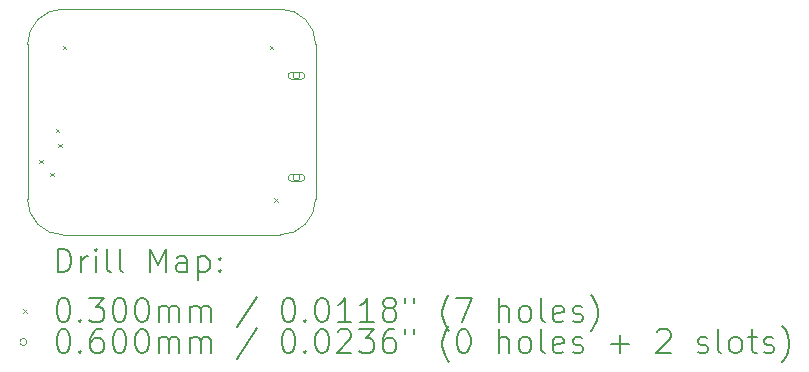
<source format=gbr>
%TF.GenerationSoftware,KiCad,Pcbnew,8.0.3*%
%TF.CreationDate,2025-02-27T13:02:32-06:00*%
%TF.ProjectId,HearingAid_Left,48656172-696e-4674-9169-645f4c656674,rev?*%
%TF.SameCoordinates,Original*%
%TF.FileFunction,Drillmap*%
%TF.FilePolarity,Positive*%
%FSLAX45Y45*%
G04 Gerber Fmt 4.5, Leading zero omitted, Abs format (unit mm)*
G04 Created by KiCad (PCBNEW 8.0.3) date 2025-02-27 13:02:32*
%MOMM*%
%LPD*%
G01*
G04 APERTURE LIST*
%ADD10C,0.100000*%
%ADD11C,0.200000*%
G04 APERTURE END LIST*
D10*
X11119931Y-2601387D02*
X11119931Y-2601387D01*
G75*
G02*
X11419931Y-2901386I-1J-300003D01*
G01*
X11418931Y-4213123D01*
G75*
G02*
X11118931Y-4513123I-300001J3D01*
G01*
X9279397Y-4512588D01*
G75*
G02*
X8980063Y-4213255I3J299338D01*
G01*
X8980195Y-2901386D01*
G75*
G02*
X9280195Y-2601387I299995J-4D01*
G01*
X11119931Y-2601387D01*
D11*
D10*
X9080000Y-3879000D02*
X9110000Y-3909000D01*
X9110000Y-3879000D02*
X9080000Y-3909000D01*
X9170000Y-3988000D02*
X9200000Y-4018000D01*
X9200000Y-3988000D02*
X9170000Y-4018000D01*
X9220000Y-3614000D02*
X9250000Y-3644000D01*
X9250000Y-3614000D02*
X9220000Y-3644000D01*
X9241000Y-3742000D02*
X9271000Y-3772000D01*
X9271000Y-3742000D02*
X9241000Y-3772000D01*
X9277536Y-2912603D02*
X9307536Y-2942603D01*
X9307536Y-2912603D02*
X9277536Y-2942603D01*
X11030000Y-2911000D02*
X11060000Y-2941000D01*
X11060000Y-2911000D02*
X11030000Y-2941000D01*
X11069000Y-4205000D02*
X11099000Y-4235000D01*
X11099000Y-4205000D02*
X11069000Y-4235000D01*
X11287000Y-3166000D02*
G75*
G02*
X11227000Y-3166000I-30000J0D01*
G01*
X11227000Y-3166000D02*
G75*
G02*
X11287000Y-3166000I30000J0D01*
G01*
X11217000Y-3196000D02*
X11297000Y-3196000D01*
X11297000Y-3136000D02*
G75*
G02*
X11297000Y-3196000I0J-30000D01*
G01*
X11297000Y-3136000D02*
X11217000Y-3136000D01*
X11217000Y-3136000D02*
G75*
G03*
X11217000Y-3196000I0J-30000D01*
G01*
X11287000Y-4030000D02*
G75*
G02*
X11227000Y-4030000I-30000J0D01*
G01*
X11227000Y-4030000D02*
G75*
G02*
X11287000Y-4030000I30000J0D01*
G01*
X11217000Y-4060000D02*
X11297000Y-4060000D01*
X11297000Y-4000000D02*
G75*
G02*
X11297000Y-4060000I0J-30000D01*
G01*
X11297000Y-4000000D02*
X11217000Y-4000000D01*
X11217000Y-4000000D02*
G75*
G03*
X11217000Y-4060000I0J-30000D01*
G01*
D11*
X9235840Y-4829606D02*
X9235840Y-4629606D01*
X9235840Y-4629606D02*
X9283459Y-4629606D01*
X9283459Y-4629606D02*
X9312030Y-4639130D01*
X9312030Y-4639130D02*
X9331078Y-4658178D01*
X9331078Y-4658178D02*
X9340602Y-4677225D01*
X9340602Y-4677225D02*
X9350125Y-4715321D01*
X9350125Y-4715321D02*
X9350125Y-4743892D01*
X9350125Y-4743892D02*
X9340602Y-4781987D01*
X9340602Y-4781987D02*
X9331078Y-4801035D01*
X9331078Y-4801035D02*
X9312030Y-4820083D01*
X9312030Y-4820083D02*
X9283459Y-4829606D01*
X9283459Y-4829606D02*
X9235840Y-4829606D01*
X9435840Y-4829606D02*
X9435840Y-4696273D01*
X9435840Y-4734368D02*
X9445363Y-4715321D01*
X9445363Y-4715321D02*
X9454887Y-4705797D01*
X9454887Y-4705797D02*
X9473935Y-4696273D01*
X9473935Y-4696273D02*
X9492983Y-4696273D01*
X9559649Y-4829606D02*
X9559649Y-4696273D01*
X9559649Y-4629606D02*
X9550125Y-4639130D01*
X9550125Y-4639130D02*
X9559649Y-4648654D01*
X9559649Y-4648654D02*
X9569173Y-4639130D01*
X9569173Y-4639130D02*
X9559649Y-4629606D01*
X9559649Y-4629606D02*
X9559649Y-4648654D01*
X9683459Y-4829606D02*
X9664411Y-4820083D01*
X9664411Y-4820083D02*
X9654887Y-4801035D01*
X9654887Y-4801035D02*
X9654887Y-4629606D01*
X9788221Y-4829606D02*
X9769173Y-4820083D01*
X9769173Y-4820083D02*
X9759649Y-4801035D01*
X9759649Y-4801035D02*
X9759649Y-4629606D01*
X10016792Y-4829606D02*
X10016792Y-4629606D01*
X10016792Y-4629606D02*
X10083459Y-4772463D01*
X10083459Y-4772463D02*
X10150125Y-4629606D01*
X10150125Y-4629606D02*
X10150125Y-4829606D01*
X10331078Y-4829606D02*
X10331078Y-4724844D01*
X10331078Y-4724844D02*
X10321554Y-4705797D01*
X10321554Y-4705797D02*
X10302506Y-4696273D01*
X10302506Y-4696273D02*
X10264411Y-4696273D01*
X10264411Y-4696273D02*
X10245363Y-4705797D01*
X10331078Y-4820083D02*
X10312030Y-4829606D01*
X10312030Y-4829606D02*
X10264411Y-4829606D01*
X10264411Y-4829606D02*
X10245363Y-4820083D01*
X10245363Y-4820083D02*
X10235840Y-4801035D01*
X10235840Y-4801035D02*
X10235840Y-4781987D01*
X10235840Y-4781987D02*
X10245363Y-4762940D01*
X10245363Y-4762940D02*
X10264411Y-4753416D01*
X10264411Y-4753416D02*
X10312030Y-4753416D01*
X10312030Y-4753416D02*
X10331078Y-4743892D01*
X10426316Y-4696273D02*
X10426316Y-4896273D01*
X10426316Y-4705797D02*
X10445363Y-4696273D01*
X10445363Y-4696273D02*
X10483459Y-4696273D01*
X10483459Y-4696273D02*
X10502506Y-4705797D01*
X10502506Y-4705797D02*
X10512030Y-4715321D01*
X10512030Y-4715321D02*
X10521554Y-4734368D01*
X10521554Y-4734368D02*
X10521554Y-4791511D01*
X10521554Y-4791511D02*
X10512030Y-4810559D01*
X10512030Y-4810559D02*
X10502506Y-4820083D01*
X10502506Y-4820083D02*
X10483459Y-4829606D01*
X10483459Y-4829606D02*
X10445363Y-4829606D01*
X10445363Y-4829606D02*
X10426316Y-4820083D01*
X10607268Y-4810559D02*
X10616792Y-4820083D01*
X10616792Y-4820083D02*
X10607268Y-4829606D01*
X10607268Y-4829606D02*
X10597744Y-4820083D01*
X10597744Y-4820083D02*
X10607268Y-4810559D01*
X10607268Y-4810559D02*
X10607268Y-4829606D01*
X10607268Y-4705797D02*
X10616792Y-4715321D01*
X10616792Y-4715321D02*
X10607268Y-4724844D01*
X10607268Y-4724844D02*
X10597744Y-4715321D01*
X10597744Y-4715321D02*
X10607268Y-4705797D01*
X10607268Y-4705797D02*
X10607268Y-4724844D01*
D10*
X8945063Y-5143123D02*
X8975063Y-5173123D01*
X8975063Y-5143123D02*
X8945063Y-5173123D01*
D11*
X9273935Y-5049606D02*
X9292983Y-5049606D01*
X9292983Y-5049606D02*
X9312030Y-5059130D01*
X9312030Y-5059130D02*
X9321554Y-5068654D01*
X9321554Y-5068654D02*
X9331078Y-5087702D01*
X9331078Y-5087702D02*
X9340602Y-5125797D01*
X9340602Y-5125797D02*
X9340602Y-5173416D01*
X9340602Y-5173416D02*
X9331078Y-5211511D01*
X9331078Y-5211511D02*
X9321554Y-5230559D01*
X9321554Y-5230559D02*
X9312030Y-5240083D01*
X9312030Y-5240083D02*
X9292983Y-5249606D01*
X9292983Y-5249606D02*
X9273935Y-5249606D01*
X9273935Y-5249606D02*
X9254887Y-5240083D01*
X9254887Y-5240083D02*
X9245363Y-5230559D01*
X9245363Y-5230559D02*
X9235840Y-5211511D01*
X9235840Y-5211511D02*
X9226316Y-5173416D01*
X9226316Y-5173416D02*
X9226316Y-5125797D01*
X9226316Y-5125797D02*
X9235840Y-5087702D01*
X9235840Y-5087702D02*
X9245363Y-5068654D01*
X9245363Y-5068654D02*
X9254887Y-5059130D01*
X9254887Y-5059130D02*
X9273935Y-5049606D01*
X9426316Y-5230559D02*
X9435840Y-5240083D01*
X9435840Y-5240083D02*
X9426316Y-5249606D01*
X9426316Y-5249606D02*
X9416792Y-5240083D01*
X9416792Y-5240083D02*
X9426316Y-5230559D01*
X9426316Y-5230559D02*
X9426316Y-5249606D01*
X9502506Y-5049606D02*
X9626316Y-5049606D01*
X9626316Y-5049606D02*
X9559649Y-5125797D01*
X9559649Y-5125797D02*
X9588221Y-5125797D01*
X9588221Y-5125797D02*
X9607268Y-5135321D01*
X9607268Y-5135321D02*
X9616792Y-5144844D01*
X9616792Y-5144844D02*
X9626316Y-5163892D01*
X9626316Y-5163892D02*
X9626316Y-5211511D01*
X9626316Y-5211511D02*
X9616792Y-5230559D01*
X9616792Y-5230559D02*
X9607268Y-5240083D01*
X9607268Y-5240083D02*
X9588221Y-5249606D01*
X9588221Y-5249606D02*
X9531078Y-5249606D01*
X9531078Y-5249606D02*
X9512030Y-5240083D01*
X9512030Y-5240083D02*
X9502506Y-5230559D01*
X9750125Y-5049606D02*
X9769173Y-5049606D01*
X9769173Y-5049606D02*
X9788221Y-5059130D01*
X9788221Y-5059130D02*
X9797744Y-5068654D01*
X9797744Y-5068654D02*
X9807268Y-5087702D01*
X9807268Y-5087702D02*
X9816792Y-5125797D01*
X9816792Y-5125797D02*
X9816792Y-5173416D01*
X9816792Y-5173416D02*
X9807268Y-5211511D01*
X9807268Y-5211511D02*
X9797744Y-5230559D01*
X9797744Y-5230559D02*
X9788221Y-5240083D01*
X9788221Y-5240083D02*
X9769173Y-5249606D01*
X9769173Y-5249606D02*
X9750125Y-5249606D01*
X9750125Y-5249606D02*
X9731078Y-5240083D01*
X9731078Y-5240083D02*
X9721554Y-5230559D01*
X9721554Y-5230559D02*
X9712030Y-5211511D01*
X9712030Y-5211511D02*
X9702506Y-5173416D01*
X9702506Y-5173416D02*
X9702506Y-5125797D01*
X9702506Y-5125797D02*
X9712030Y-5087702D01*
X9712030Y-5087702D02*
X9721554Y-5068654D01*
X9721554Y-5068654D02*
X9731078Y-5059130D01*
X9731078Y-5059130D02*
X9750125Y-5049606D01*
X9940602Y-5049606D02*
X9959649Y-5049606D01*
X9959649Y-5049606D02*
X9978697Y-5059130D01*
X9978697Y-5059130D02*
X9988221Y-5068654D01*
X9988221Y-5068654D02*
X9997744Y-5087702D01*
X9997744Y-5087702D02*
X10007268Y-5125797D01*
X10007268Y-5125797D02*
X10007268Y-5173416D01*
X10007268Y-5173416D02*
X9997744Y-5211511D01*
X9997744Y-5211511D02*
X9988221Y-5230559D01*
X9988221Y-5230559D02*
X9978697Y-5240083D01*
X9978697Y-5240083D02*
X9959649Y-5249606D01*
X9959649Y-5249606D02*
X9940602Y-5249606D01*
X9940602Y-5249606D02*
X9921554Y-5240083D01*
X9921554Y-5240083D02*
X9912030Y-5230559D01*
X9912030Y-5230559D02*
X9902506Y-5211511D01*
X9902506Y-5211511D02*
X9892983Y-5173416D01*
X9892983Y-5173416D02*
X9892983Y-5125797D01*
X9892983Y-5125797D02*
X9902506Y-5087702D01*
X9902506Y-5087702D02*
X9912030Y-5068654D01*
X9912030Y-5068654D02*
X9921554Y-5059130D01*
X9921554Y-5059130D02*
X9940602Y-5049606D01*
X10092983Y-5249606D02*
X10092983Y-5116273D01*
X10092983Y-5135321D02*
X10102506Y-5125797D01*
X10102506Y-5125797D02*
X10121554Y-5116273D01*
X10121554Y-5116273D02*
X10150125Y-5116273D01*
X10150125Y-5116273D02*
X10169173Y-5125797D01*
X10169173Y-5125797D02*
X10178697Y-5144844D01*
X10178697Y-5144844D02*
X10178697Y-5249606D01*
X10178697Y-5144844D02*
X10188221Y-5125797D01*
X10188221Y-5125797D02*
X10207268Y-5116273D01*
X10207268Y-5116273D02*
X10235840Y-5116273D01*
X10235840Y-5116273D02*
X10254887Y-5125797D01*
X10254887Y-5125797D02*
X10264411Y-5144844D01*
X10264411Y-5144844D02*
X10264411Y-5249606D01*
X10359649Y-5249606D02*
X10359649Y-5116273D01*
X10359649Y-5135321D02*
X10369173Y-5125797D01*
X10369173Y-5125797D02*
X10388221Y-5116273D01*
X10388221Y-5116273D02*
X10416792Y-5116273D01*
X10416792Y-5116273D02*
X10435840Y-5125797D01*
X10435840Y-5125797D02*
X10445364Y-5144844D01*
X10445364Y-5144844D02*
X10445364Y-5249606D01*
X10445364Y-5144844D02*
X10454887Y-5125797D01*
X10454887Y-5125797D02*
X10473935Y-5116273D01*
X10473935Y-5116273D02*
X10502506Y-5116273D01*
X10502506Y-5116273D02*
X10521554Y-5125797D01*
X10521554Y-5125797D02*
X10531078Y-5144844D01*
X10531078Y-5144844D02*
X10531078Y-5249606D01*
X10921554Y-5040083D02*
X10750126Y-5297225D01*
X11178697Y-5049606D02*
X11197745Y-5049606D01*
X11197745Y-5049606D02*
X11216792Y-5059130D01*
X11216792Y-5059130D02*
X11226316Y-5068654D01*
X11226316Y-5068654D02*
X11235840Y-5087702D01*
X11235840Y-5087702D02*
X11245364Y-5125797D01*
X11245364Y-5125797D02*
X11245364Y-5173416D01*
X11245364Y-5173416D02*
X11235840Y-5211511D01*
X11235840Y-5211511D02*
X11226316Y-5230559D01*
X11226316Y-5230559D02*
X11216792Y-5240083D01*
X11216792Y-5240083D02*
X11197745Y-5249606D01*
X11197745Y-5249606D02*
X11178697Y-5249606D01*
X11178697Y-5249606D02*
X11159649Y-5240083D01*
X11159649Y-5240083D02*
X11150126Y-5230559D01*
X11150126Y-5230559D02*
X11140602Y-5211511D01*
X11140602Y-5211511D02*
X11131078Y-5173416D01*
X11131078Y-5173416D02*
X11131078Y-5125797D01*
X11131078Y-5125797D02*
X11140602Y-5087702D01*
X11140602Y-5087702D02*
X11150126Y-5068654D01*
X11150126Y-5068654D02*
X11159649Y-5059130D01*
X11159649Y-5059130D02*
X11178697Y-5049606D01*
X11331078Y-5230559D02*
X11340602Y-5240083D01*
X11340602Y-5240083D02*
X11331078Y-5249606D01*
X11331078Y-5249606D02*
X11321554Y-5240083D01*
X11321554Y-5240083D02*
X11331078Y-5230559D01*
X11331078Y-5230559D02*
X11331078Y-5249606D01*
X11464411Y-5049606D02*
X11483459Y-5049606D01*
X11483459Y-5049606D02*
X11502506Y-5059130D01*
X11502506Y-5059130D02*
X11512030Y-5068654D01*
X11512030Y-5068654D02*
X11521554Y-5087702D01*
X11521554Y-5087702D02*
X11531078Y-5125797D01*
X11531078Y-5125797D02*
X11531078Y-5173416D01*
X11531078Y-5173416D02*
X11521554Y-5211511D01*
X11521554Y-5211511D02*
X11512030Y-5230559D01*
X11512030Y-5230559D02*
X11502506Y-5240083D01*
X11502506Y-5240083D02*
X11483459Y-5249606D01*
X11483459Y-5249606D02*
X11464411Y-5249606D01*
X11464411Y-5249606D02*
X11445364Y-5240083D01*
X11445364Y-5240083D02*
X11435840Y-5230559D01*
X11435840Y-5230559D02*
X11426316Y-5211511D01*
X11426316Y-5211511D02*
X11416792Y-5173416D01*
X11416792Y-5173416D02*
X11416792Y-5125797D01*
X11416792Y-5125797D02*
X11426316Y-5087702D01*
X11426316Y-5087702D02*
X11435840Y-5068654D01*
X11435840Y-5068654D02*
X11445364Y-5059130D01*
X11445364Y-5059130D02*
X11464411Y-5049606D01*
X11721554Y-5249606D02*
X11607268Y-5249606D01*
X11664411Y-5249606D02*
X11664411Y-5049606D01*
X11664411Y-5049606D02*
X11645364Y-5078178D01*
X11645364Y-5078178D02*
X11626316Y-5097225D01*
X11626316Y-5097225D02*
X11607268Y-5106749D01*
X11912030Y-5249606D02*
X11797745Y-5249606D01*
X11854887Y-5249606D02*
X11854887Y-5049606D01*
X11854887Y-5049606D02*
X11835840Y-5078178D01*
X11835840Y-5078178D02*
X11816792Y-5097225D01*
X11816792Y-5097225D02*
X11797745Y-5106749D01*
X12026316Y-5135321D02*
X12007268Y-5125797D01*
X12007268Y-5125797D02*
X11997745Y-5116273D01*
X11997745Y-5116273D02*
X11988221Y-5097225D01*
X11988221Y-5097225D02*
X11988221Y-5087702D01*
X11988221Y-5087702D02*
X11997745Y-5068654D01*
X11997745Y-5068654D02*
X12007268Y-5059130D01*
X12007268Y-5059130D02*
X12026316Y-5049606D01*
X12026316Y-5049606D02*
X12064411Y-5049606D01*
X12064411Y-5049606D02*
X12083459Y-5059130D01*
X12083459Y-5059130D02*
X12092983Y-5068654D01*
X12092983Y-5068654D02*
X12102506Y-5087702D01*
X12102506Y-5087702D02*
X12102506Y-5097225D01*
X12102506Y-5097225D02*
X12092983Y-5116273D01*
X12092983Y-5116273D02*
X12083459Y-5125797D01*
X12083459Y-5125797D02*
X12064411Y-5135321D01*
X12064411Y-5135321D02*
X12026316Y-5135321D01*
X12026316Y-5135321D02*
X12007268Y-5144844D01*
X12007268Y-5144844D02*
X11997745Y-5154368D01*
X11997745Y-5154368D02*
X11988221Y-5173416D01*
X11988221Y-5173416D02*
X11988221Y-5211511D01*
X11988221Y-5211511D02*
X11997745Y-5230559D01*
X11997745Y-5230559D02*
X12007268Y-5240083D01*
X12007268Y-5240083D02*
X12026316Y-5249606D01*
X12026316Y-5249606D02*
X12064411Y-5249606D01*
X12064411Y-5249606D02*
X12083459Y-5240083D01*
X12083459Y-5240083D02*
X12092983Y-5230559D01*
X12092983Y-5230559D02*
X12102506Y-5211511D01*
X12102506Y-5211511D02*
X12102506Y-5173416D01*
X12102506Y-5173416D02*
X12092983Y-5154368D01*
X12092983Y-5154368D02*
X12083459Y-5144844D01*
X12083459Y-5144844D02*
X12064411Y-5135321D01*
X12178697Y-5049606D02*
X12178697Y-5087702D01*
X12254887Y-5049606D02*
X12254887Y-5087702D01*
X12550126Y-5325797D02*
X12540602Y-5316273D01*
X12540602Y-5316273D02*
X12521554Y-5287702D01*
X12521554Y-5287702D02*
X12512030Y-5268654D01*
X12512030Y-5268654D02*
X12502507Y-5240083D01*
X12502507Y-5240083D02*
X12492983Y-5192463D01*
X12492983Y-5192463D02*
X12492983Y-5154368D01*
X12492983Y-5154368D02*
X12502507Y-5106749D01*
X12502507Y-5106749D02*
X12512030Y-5078178D01*
X12512030Y-5078178D02*
X12521554Y-5059130D01*
X12521554Y-5059130D02*
X12540602Y-5030559D01*
X12540602Y-5030559D02*
X12550126Y-5021035D01*
X12607268Y-5049606D02*
X12740602Y-5049606D01*
X12740602Y-5049606D02*
X12654887Y-5249606D01*
X12969173Y-5249606D02*
X12969173Y-5049606D01*
X13054888Y-5249606D02*
X13054888Y-5144844D01*
X13054888Y-5144844D02*
X13045364Y-5125797D01*
X13045364Y-5125797D02*
X13026316Y-5116273D01*
X13026316Y-5116273D02*
X12997745Y-5116273D01*
X12997745Y-5116273D02*
X12978697Y-5125797D01*
X12978697Y-5125797D02*
X12969173Y-5135321D01*
X13178697Y-5249606D02*
X13159649Y-5240083D01*
X13159649Y-5240083D02*
X13150126Y-5230559D01*
X13150126Y-5230559D02*
X13140602Y-5211511D01*
X13140602Y-5211511D02*
X13140602Y-5154368D01*
X13140602Y-5154368D02*
X13150126Y-5135321D01*
X13150126Y-5135321D02*
X13159649Y-5125797D01*
X13159649Y-5125797D02*
X13178697Y-5116273D01*
X13178697Y-5116273D02*
X13207269Y-5116273D01*
X13207269Y-5116273D02*
X13226316Y-5125797D01*
X13226316Y-5125797D02*
X13235840Y-5135321D01*
X13235840Y-5135321D02*
X13245364Y-5154368D01*
X13245364Y-5154368D02*
X13245364Y-5211511D01*
X13245364Y-5211511D02*
X13235840Y-5230559D01*
X13235840Y-5230559D02*
X13226316Y-5240083D01*
X13226316Y-5240083D02*
X13207269Y-5249606D01*
X13207269Y-5249606D02*
X13178697Y-5249606D01*
X13359649Y-5249606D02*
X13340602Y-5240083D01*
X13340602Y-5240083D02*
X13331078Y-5221035D01*
X13331078Y-5221035D02*
X13331078Y-5049606D01*
X13512030Y-5240083D02*
X13492983Y-5249606D01*
X13492983Y-5249606D02*
X13454888Y-5249606D01*
X13454888Y-5249606D02*
X13435840Y-5240083D01*
X13435840Y-5240083D02*
X13426316Y-5221035D01*
X13426316Y-5221035D02*
X13426316Y-5144844D01*
X13426316Y-5144844D02*
X13435840Y-5125797D01*
X13435840Y-5125797D02*
X13454888Y-5116273D01*
X13454888Y-5116273D02*
X13492983Y-5116273D01*
X13492983Y-5116273D02*
X13512030Y-5125797D01*
X13512030Y-5125797D02*
X13521554Y-5144844D01*
X13521554Y-5144844D02*
X13521554Y-5163892D01*
X13521554Y-5163892D02*
X13426316Y-5182940D01*
X13597745Y-5240083D02*
X13616792Y-5249606D01*
X13616792Y-5249606D02*
X13654888Y-5249606D01*
X13654888Y-5249606D02*
X13673935Y-5240083D01*
X13673935Y-5240083D02*
X13683459Y-5221035D01*
X13683459Y-5221035D02*
X13683459Y-5211511D01*
X13683459Y-5211511D02*
X13673935Y-5192463D01*
X13673935Y-5192463D02*
X13654888Y-5182940D01*
X13654888Y-5182940D02*
X13626316Y-5182940D01*
X13626316Y-5182940D02*
X13607269Y-5173416D01*
X13607269Y-5173416D02*
X13597745Y-5154368D01*
X13597745Y-5154368D02*
X13597745Y-5144844D01*
X13597745Y-5144844D02*
X13607269Y-5125797D01*
X13607269Y-5125797D02*
X13626316Y-5116273D01*
X13626316Y-5116273D02*
X13654888Y-5116273D01*
X13654888Y-5116273D02*
X13673935Y-5125797D01*
X13750126Y-5325797D02*
X13759650Y-5316273D01*
X13759650Y-5316273D02*
X13778697Y-5287702D01*
X13778697Y-5287702D02*
X13788221Y-5268654D01*
X13788221Y-5268654D02*
X13797745Y-5240083D01*
X13797745Y-5240083D02*
X13807269Y-5192463D01*
X13807269Y-5192463D02*
X13807269Y-5154368D01*
X13807269Y-5154368D02*
X13797745Y-5106749D01*
X13797745Y-5106749D02*
X13788221Y-5078178D01*
X13788221Y-5078178D02*
X13778697Y-5059130D01*
X13778697Y-5059130D02*
X13759650Y-5030559D01*
X13759650Y-5030559D02*
X13750126Y-5021035D01*
D10*
X8975063Y-5422123D02*
G75*
G02*
X8915063Y-5422123I-30000J0D01*
G01*
X8915063Y-5422123D02*
G75*
G02*
X8975063Y-5422123I30000J0D01*
G01*
D11*
X9273935Y-5313606D02*
X9292983Y-5313606D01*
X9292983Y-5313606D02*
X9312030Y-5323130D01*
X9312030Y-5323130D02*
X9321554Y-5332654D01*
X9321554Y-5332654D02*
X9331078Y-5351702D01*
X9331078Y-5351702D02*
X9340602Y-5389797D01*
X9340602Y-5389797D02*
X9340602Y-5437416D01*
X9340602Y-5437416D02*
X9331078Y-5475511D01*
X9331078Y-5475511D02*
X9321554Y-5494559D01*
X9321554Y-5494559D02*
X9312030Y-5504083D01*
X9312030Y-5504083D02*
X9292983Y-5513606D01*
X9292983Y-5513606D02*
X9273935Y-5513606D01*
X9273935Y-5513606D02*
X9254887Y-5504083D01*
X9254887Y-5504083D02*
X9245363Y-5494559D01*
X9245363Y-5494559D02*
X9235840Y-5475511D01*
X9235840Y-5475511D02*
X9226316Y-5437416D01*
X9226316Y-5437416D02*
X9226316Y-5389797D01*
X9226316Y-5389797D02*
X9235840Y-5351702D01*
X9235840Y-5351702D02*
X9245363Y-5332654D01*
X9245363Y-5332654D02*
X9254887Y-5323130D01*
X9254887Y-5323130D02*
X9273935Y-5313606D01*
X9426316Y-5494559D02*
X9435840Y-5504083D01*
X9435840Y-5504083D02*
X9426316Y-5513606D01*
X9426316Y-5513606D02*
X9416792Y-5504083D01*
X9416792Y-5504083D02*
X9426316Y-5494559D01*
X9426316Y-5494559D02*
X9426316Y-5513606D01*
X9607268Y-5313606D02*
X9569173Y-5313606D01*
X9569173Y-5313606D02*
X9550125Y-5323130D01*
X9550125Y-5323130D02*
X9540602Y-5332654D01*
X9540602Y-5332654D02*
X9521554Y-5361225D01*
X9521554Y-5361225D02*
X9512030Y-5399321D01*
X9512030Y-5399321D02*
X9512030Y-5475511D01*
X9512030Y-5475511D02*
X9521554Y-5494559D01*
X9521554Y-5494559D02*
X9531078Y-5504083D01*
X9531078Y-5504083D02*
X9550125Y-5513606D01*
X9550125Y-5513606D02*
X9588221Y-5513606D01*
X9588221Y-5513606D02*
X9607268Y-5504083D01*
X9607268Y-5504083D02*
X9616792Y-5494559D01*
X9616792Y-5494559D02*
X9626316Y-5475511D01*
X9626316Y-5475511D02*
X9626316Y-5427892D01*
X9626316Y-5427892D02*
X9616792Y-5408844D01*
X9616792Y-5408844D02*
X9607268Y-5399321D01*
X9607268Y-5399321D02*
X9588221Y-5389797D01*
X9588221Y-5389797D02*
X9550125Y-5389797D01*
X9550125Y-5389797D02*
X9531078Y-5399321D01*
X9531078Y-5399321D02*
X9521554Y-5408844D01*
X9521554Y-5408844D02*
X9512030Y-5427892D01*
X9750125Y-5313606D02*
X9769173Y-5313606D01*
X9769173Y-5313606D02*
X9788221Y-5323130D01*
X9788221Y-5323130D02*
X9797744Y-5332654D01*
X9797744Y-5332654D02*
X9807268Y-5351702D01*
X9807268Y-5351702D02*
X9816792Y-5389797D01*
X9816792Y-5389797D02*
X9816792Y-5437416D01*
X9816792Y-5437416D02*
X9807268Y-5475511D01*
X9807268Y-5475511D02*
X9797744Y-5494559D01*
X9797744Y-5494559D02*
X9788221Y-5504083D01*
X9788221Y-5504083D02*
X9769173Y-5513606D01*
X9769173Y-5513606D02*
X9750125Y-5513606D01*
X9750125Y-5513606D02*
X9731078Y-5504083D01*
X9731078Y-5504083D02*
X9721554Y-5494559D01*
X9721554Y-5494559D02*
X9712030Y-5475511D01*
X9712030Y-5475511D02*
X9702506Y-5437416D01*
X9702506Y-5437416D02*
X9702506Y-5389797D01*
X9702506Y-5389797D02*
X9712030Y-5351702D01*
X9712030Y-5351702D02*
X9721554Y-5332654D01*
X9721554Y-5332654D02*
X9731078Y-5323130D01*
X9731078Y-5323130D02*
X9750125Y-5313606D01*
X9940602Y-5313606D02*
X9959649Y-5313606D01*
X9959649Y-5313606D02*
X9978697Y-5323130D01*
X9978697Y-5323130D02*
X9988221Y-5332654D01*
X9988221Y-5332654D02*
X9997744Y-5351702D01*
X9997744Y-5351702D02*
X10007268Y-5389797D01*
X10007268Y-5389797D02*
X10007268Y-5437416D01*
X10007268Y-5437416D02*
X9997744Y-5475511D01*
X9997744Y-5475511D02*
X9988221Y-5494559D01*
X9988221Y-5494559D02*
X9978697Y-5504083D01*
X9978697Y-5504083D02*
X9959649Y-5513606D01*
X9959649Y-5513606D02*
X9940602Y-5513606D01*
X9940602Y-5513606D02*
X9921554Y-5504083D01*
X9921554Y-5504083D02*
X9912030Y-5494559D01*
X9912030Y-5494559D02*
X9902506Y-5475511D01*
X9902506Y-5475511D02*
X9892983Y-5437416D01*
X9892983Y-5437416D02*
X9892983Y-5389797D01*
X9892983Y-5389797D02*
X9902506Y-5351702D01*
X9902506Y-5351702D02*
X9912030Y-5332654D01*
X9912030Y-5332654D02*
X9921554Y-5323130D01*
X9921554Y-5323130D02*
X9940602Y-5313606D01*
X10092983Y-5513606D02*
X10092983Y-5380273D01*
X10092983Y-5399321D02*
X10102506Y-5389797D01*
X10102506Y-5389797D02*
X10121554Y-5380273D01*
X10121554Y-5380273D02*
X10150125Y-5380273D01*
X10150125Y-5380273D02*
X10169173Y-5389797D01*
X10169173Y-5389797D02*
X10178697Y-5408844D01*
X10178697Y-5408844D02*
X10178697Y-5513606D01*
X10178697Y-5408844D02*
X10188221Y-5389797D01*
X10188221Y-5389797D02*
X10207268Y-5380273D01*
X10207268Y-5380273D02*
X10235840Y-5380273D01*
X10235840Y-5380273D02*
X10254887Y-5389797D01*
X10254887Y-5389797D02*
X10264411Y-5408844D01*
X10264411Y-5408844D02*
X10264411Y-5513606D01*
X10359649Y-5513606D02*
X10359649Y-5380273D01*
X10359649Y-5399321D02*
X10369173Y-5389797D01*
X10369173Y-5389797D02*
X10388221Y-5380273D01*
X10388221Y-5380273D02*
X10416792Y-5380273D01*
X10416792Y-5380273D02*
X10435840Y-5389797D01*
X10435840Y-5389797D02*
X10445364Y-5408844D01*
X10445364Y-5408844D02*
X10445364Y-5513606D01*
X10445364Y-5408844D02*
X10454887Y-5389797D01*
X10454887Y-5389797D02*
X10473935Y-5380273D01*
X10473935Y-5380273D02*
X10502506Y-5380273D01*
X10502506Y-5380273D02*
X10521554Y-5389797D01*
X10521554Y-5389797D02*
X10531078Y-5408844D01*
X10531078Y-5408844D02*
X10531078Y-5513606D01*
X10921554Y-5304083D02*
X10750126Y-5561225D01*
X11178697Y-5313606D02*
X11197745Y-5313606D01*
X11197745Y-5313606D02*
X11216792Y-5323130D01*
X11216792Y-5323130D02*
X11226316Y-5332654D01*
X11226316Y-5332654D02*
X11235840Y-5351702D01*
X11235840Y-5351702D02*
X11245364Y-5389797D01*
X11245364Y-5389797D02*
X11245364Y-5437416D01*
X11245364Y-5437416D02*
X11235840Y-5475511D01*
X11235840Y-5475511D02*
X11226316Y-5494559D01*
X11226316Y-5494559D02*
X11216792Y-5504083D01*
X11216792Y-5504083D02*
X11197745Y-5513606D01*
X11197745Y-5513606D02*
X11178697Y-5513606D01*
X11178697Y-5513606D02*
X11159649Y-5504083D01*
X11159649Y-5504083D02*
X11150126Y-5494559D01*
X11150126Y-5494559D02*
X11140602Y-5475511D01*
X11140602Y-5475511D02*
X11131078Y-5437416D01*
X11131078Y-5437416D02*
X11131078Y-5389797D01*
X11131078Y-5389797D02*
X11140602Y-5351702D01*
X11140602Y-5351702D02*
X11150126Y-5332654D01*
X11150126Y-5332654D02*
X11159649Y-5323130D01*
X11159649Y-5323130D02*
X11178697Y-5313606D01*
X11331078Y-5494559D02*
X11340602Y-5504083D01*
X11340602Y-5504083D02*
X11331078Y-5513606D01*
X11331078Y-5513606D02*
X11321554Y-5504083D01*
X11321554Y-5504083D02*
X11331078Y-5494559D01*
X11331078Y-5494559D02*
X11331078Y-5513606D01*
X11464411Y-5313606D02*
X11483459Y-5313606D01*
X11483459Y-5313606D02*
X11502506Y-5323130D01*
X11502506Y-5323130D02*
X11512030Y-5332654D01*
X11512030Y-5332654D02*
X11521554Y-5351702D01*
X11521554Y-5351702D02*
X11531078Y-5389797D01*
X11531078Y-5389797D02*
X11531078Y-5437416D01*
X11531078Y-5437416D02*
X11521554Y-5475511D01*
X11521554Y-5475511D02*
X11512030Y-5494559D01*
X11512030Y-5494559D02*
X11502506Y-5504083D01*
X11502506Y-5504083D02*
X11483459Y-5513606D01*
X11483459Y-5513606D02*
X11464411Y-5513606D01*
X11464411Y-5513606D02*
X11445364Y-5504083D01*
X11445364Y-5504083D02*
X11435840Y-5494559D01*
X11435840Y-5494559D02*
X11426316Y-5475511D01*
X11426316Y-5475511D02*
X11416792Y-5437416D01*
X11416792Y-5437416D02*
X11416792Y-5389797D01*
X11416792Y-5389797D02*
X11426316Y-5351702D01*
X11426316Y-5351702D02*
X11435840Y-5332654D01*
X11435840Y-5332654D02*
X11445364Y-5323130D01*
X11445364Y-5323130D02*
X11464411Y-5313606D01*
X11607268Y-5332654D02*
X11616792Y-5323130D01*
X11616792Y-5323130D02*
X11635840Y-5313606D01*
X11635840Y-5313606D02*
X11683459Y-5313606D01*
X11683459Y-5313606D02*
X11702506Y-5323130D01*
X11702506Y-5323130D02*
X11712030Y-5332654D01*
X11712030Y-5332654D02*
X11721554Y-5351702D01*
X11721554Y-5351702D02*
X11721554Y-5370749D01*
X11721554Y-5370749D02*
X11712030Y-5399321D01*
X11712030Y-5399321D02*
X11597745Y-5513606D01*
X11597745Y-5513606D02*
X11721554Y-5513606D01*
X11788221Y-5313606D02*
X11912030Y-5313606D01*
X11912030Y-5313606D02*
X11845364Y-5389797D01*
X11845364Y-5389797D02*
X11873935Y-5389797D01*
X11873935Y-5389797D02*
X11892983Y-5399321D01*
X11892983Y-5399321D02*
X11902506Y-5408844D01*
X11902506Y-5408844D02*
X11912030Y-5427892D01*
X11912030Y-5427892D02*
X11912030Y-5475511D01*
X11912030Y-5475511D02*
X11902506Y-5494559D01*
X11902506Y-5494559D02*
X11892983Y-5504083D01*
X11892983Y-5504083D02*
X11873935Y-5513606D01*
X11873935Y-5513606D02*
X11816792Y-5513606D01*
X11816792Y-5513606D02*
X11797745Y-5504083D01*
X11797745Y-5504083D02*
X11788221Y-5494559D01*
X12083459Y-5313606D02*
X12045364Y-5313606D01*
X12045364Y-5313606D02*
X12026316Y-5323130D01*
X12026316Y-5323130D02*
X12016792Y-5332654D01*
X12016792Y-5332654D02*
X11997745Y-5361225D01*
X11997745Y-5361225D02*
X11988221Y-5399321D01*
X11988221Y-5399321D02*
X11988221Y-5475511D01*
X11988221Y-5475511D02*
X11997745Y-5494559D01*
X11997745Y-5494559D02*
X12007268Y-5504083D01*
X12007268Y-5504083D02*
X12026316Y-5513606D01*
X12026316Y-5513606D02*
X12064411Y-5513606D01*
X12064411Y-5513606D02*
X12083459Y-5504083D01*
X12083459Y-5504083D02*
X12092983Y-5494559D01*
X12092983Y-5494559D02*
X12102506Y-5475511D01*
X12102506Y-5475511D02*
X12102506Y-5427892D01*
X12102506Y-5427892D02*
X12092983Y-5408844D01*
X12092983Y-5408844D02*
X12083459Y-5399321D01*
X12083459Y-5399321D02*
X12064411Y-5389797D01*
X12064411Y-5389797D02*
X12026316Y-5389797D01*
X12026316Y-5389797D02*
X12007268Y-5399321D01*
X12007268Y-5399321D02*
X11997745Y-5408844D01*
X11997745Y-5408844D02*
X11988221Y-5427892D01*
X12178697Y-5313606D02*
X12178697Y-5351702D01*
X12254887Y-5313606D02*
X12254887Y-5351702D01*
X12550126Y-5589797D02*
X12540602Y-5580273D01*
X12540602Y-5580273D02*
X12521554Y-5551702D01*
X12521554Y-5551702D02*
X12512030Y-5532654D01*
X12512030Y-5532654D02*
X12502507Y-5504083D01*
X12502507Y-5504083D02*
X12492983Y-5456463D01*
X12492983Y-5456463D02*
X12492983Y-5418368D01*
X12492983Y-5418368D02*
X12502507Y-5370749D01*
X12502507Y-5370749D02*
X12512030Y-5342178D01*
X12512030Y-5342178D02*
X12521554Y-5323130D01*
X12521554Y-5323130D02*
X12540602Y-5294559D01*
X12540602Y-5294559D02*
X12550126Y-5285035D01*
X12664411Y-5313606D02*
X12683459Y-5313606D01*
X12683459Y-5313606D02*
X12702507Y-5323130D01*
X12702507Y-5323130D02*
X12712030Y-5332654D01*
X12712030Y-5332654D02*
X12721554Y-5351702D01*
X12721554Y-5351702D02*
X12731078Y-5389797D01*
X12731078Y-5389797D02*
X12731078Y-5437416D01*
X12731078Y-5437416D02*
X12721554Y-5475511D01*
X12721554Y-5475511D02*
X12712030Y-5494559D01*
X12712030Y-5494559D02*
X12702507Y-5504083D01*
X12702507Y-5504083D02*
X12683459Y-5513606D01*
X12683459Y-5513606D02*
X12664411Y-5513606D01*
X12664411Y-5513606D02*
X12645364Y-5504083D01*
X12645364Y-5504083D02*
X12635840Y-5494559D01*
X12635840Y-5494559D02*
X12626316Y-5475511D01*
X12626316Y-5475511D02*
X12616792Y-5437416D01*
X12616792Y-5437416D02*
X12616792Y-5389797D01*
X12616792Y-5389797D02*
X12626316Y-5351702D01*
X12626316Y-5351702D02*
X12635840Y-5332654D01*
X12635840Y-5332654D02*
X12645364Y-5323130D01*
X12645364Y-5323130D02*
X12664411Y-5313606D01*
X12969173Y-5513606D02*
X12969173Y-5313606D01*
X13054888Y-5513606D02*
X13054888Y-5408844D01*
X13054888Y-5408844D02*
X13045364Y-5389797D01*
X13045364Y-5389797D02*
X13026316Y-5380273D01*
X13026316Y-5380273D02*
X12997745Y-5380273D01*
X12997745Y-5380273D02*
X12978697Y-5389797D01*
X12978697Y-5389797D02*
X12969173Y-5399321D01*
X13178697Y-5513606D02*
X13159649Y-5504083D01*
X13159649Y-5504083D02*
X13150126Y-5494559D01*
X13150126Y-5494559D02*
X13140602Y-5475511D01*
X13140602Y-5475511D02*
X13140602Y-5418368D01*
X13140602Y-5418368D02*
X13150126Y-5399321D01*
X13150126Y-5399321D02*
X13159649Y-5389797D01*
X13159649Y-5389797D02*
X13178697Y-5380273D01*
X13178697Y-5380273D02*
X13207269Y-5380273D01*
X13207269Y-5380273D02*
X13226316Y-5389797D01*
X13226316Y-5389797D02*
X13235840Y-5399321D01*
X13235840Y-5399321D02*
X13245364Y-5418368D01*
X13245364Y-5418368D02*
X13245364Y-5475511D01*
X13245364Y-5475511D02*
X13235840Y-5494559D01*
X13235840Y-5494559D02*
X13226316Y-5504083D01*
X13226316Y-5504083D02*
X13207269Y-5513606D01*
X13207269Y-5513606D02*
X13178697Y-5513606D01*
X13359649Y-5513606D02*
X13340602Y-5504083D01*
X13340602Y-5504083D02*
X13331078Y-5485035D01*
X13331078Y-5485035D02*
X13331078Y-5313606D01*
X13512030Y-5504083D02*
X13492983Y-5513606D01*
X13492983Y-5513606D02*
X13454888Y-5513606D01*
X13454888Y-5513606D02*
X13435840Y-5504083D01*
X13435840Y-5504083D02*
X13426316Y-5485035D01*
X13426316Y-5485035D02*
X13426316Y-5408844D01*
X13426316Y-5408844D02*
X13435840Y-5389797D01*
X13435840Y-5389797D02*
X13454888Y-5380273D01*
X13454888Y-5380273D02*
X13492983Y-5380273D01*
X13492983Y-5380273D02*
X13512030Y-5389797D01*
X13512030Y-5389797D02*
X13521554Y-5408844D01*
X13521554Y-5408844D02*
X13521554Y-5427892D01*
X13521554Y-5427892D02*
X13426316Y-5446940D01*
X13597745Y-5504083D02*
X13616792Y-5513606D01*
X13616792Y-5513606D02*
X13654888Y-5513606D01*
X13654888Y-5513606D02*
X13673935Y-5504083D01*
X13673935Y-5504083D02*
X13683459Y-5485035D01*
X13683459Y-5485035D02*
X13683459Y-5475511D01*
X13683459Y-5475511D02*
X13673935Y-5456463D01*
X13673935Y-5456463D02*
X13654888Y-5446940D01*
X13654888Y-5446940D02*
X13626316Y-5446940D01*
X13626316Y-5446940D02*
X13607269Y-5437416D01*
X13607269Y-5437416D02*
X13597745Y-5418368D01*
X13597745Y-5418368D02*
X13597745Y-5408844D01*
X13597745Y-5408844D02*
X13607269Y-5389797D01*
X13607269Y-5389797D02*
X13626316Y-5380273D01*
X13626316Y-5380273D02*
X13654888Y-5380273D01*
X13654888Y-5380273D02*
X13673935Y-5389797D01*
X13921554Y-5437416D02*
X14073935Y-5437416D01*
X13997745Y-5513606D02*
X13997745Y-5361225D01*
X14312031Y-5332654D02*
X14321554Y-5323130D01*
X14321554Y-5323130D02*
X14340602Y-5313606D01*
X14340602Y-5313606D02*
X14388221Y-5313606D01*
X14388221Y-5313606D02*
X14407269Y-5323130D01*
X14407269Y-5323130D02*
X14416792Y-5332654D01*
X14416792Y-5332654D02*
X14426316Y-5351702D01*
X14426316Y-5351702D02*
X14426316Y-5370749D01*
X14426316Y-5370749D02*
X14416792Y-5399321D01*
X14416792Y-5399321D02*
X14302507Y-5513606D01*
X14302507Y-5513606D02*
X14426316Y-5513606D01*
X14654888Y-5504083D02*
X14673935Y-5513606D01*
X14673935Y-5513606D02*
X14712031Y-5513606D01*
X14712031Y-5513606D02*
X14731078Y-5504083D01*
X14731078Y-5504083D02*
X14740602Y-5485035D01*
X14740602Y-5485035D02*
X14740602Y-5475511D01*
X14740602Y-5475511D02*
X14731078Y-5456463D01*
X14731078Y-5456463D02*
X14712031Y-5446940D01*
X14712031Y-5446940D02*
X14683459Y-5446940D01*
X14683459Y-5446940D02*
X14664412Y-5437416D01*
X14664412Y-5437416D02*
X14654888Y-5418368D01*
X14654888Y-5418368D02*
X14654888Y-5408844D01*
X14654888Y-5408844D02*
X14664412Y-5389797D01*
X14664412Y-5389797D02*
X14683459Y-5380273D01*
X14683459Y-5380273D02*
X14712031Y-5380273D01*
X14712031Y-5380273D02*
X14731078Y-5389797D01*
X14854888Y-5513606D02*
X14835840Y-5504083D01*
X14835840Y-5504083D02*
X14826316Y-5485035D01*
X14826316Y-5485035D02*
X14826316Y-5313606D01*
X14959650Y-5513606D02*
X14940602Y-5504083D01*
X14940602Y-5504083D02*
X14931078Y-5494559D01*
X14931078Y-5494559D02*
X14921554Y-5475511D01*
X14921554Y-5475511D02*
X14921554Y-5418368D01*
X14921554Y-5418368D02*
X14931078Y-5399321D01*
X14931078Y-5399321D02*
X14940602Y-5389797D01*
X14940602Y-5389797D02*
X14959650Y-5380273D01*
X14959650Y-5380273D02*
X14988221Y-5380273D01*
X14988221Y-5380273D02*
X15007269Y-5389797D01*
X15007269Y-5389797D02*
X15016793Y-5399321D01*
X15016793Y-5399321D02*
X15026316Y-5418368D01*
X15026316Y-5418368D02*
X15026316Y-5475511D01*
X15026316Y-5475511D02*
X15016793Y-5494559D01*
X15016793Y-5494559D02*
X15007269Y-5504083D01*
X15007269Y-5504083D02*
X14988221Y-5513606D01*
X14988221Y-5513606D02*
X14959650Y-5513606D01*
X15083459Y-5380273D02*
X15159650Y-5380273D01*
X15112031Y-5313606D02*
X15112031Y-5485035D01*
X15112031Y-5485035D02*
X15121554Y-5504083D01*
X15121554Y-5504083D02*
X15140602Y-5513606D01*
X15140602Y-5513606D02*
X15159650Y-5513606D01*
X15216793Y-5504083D02*
X15235840Y-5513606D01*
X15235840Y-5513606D02*
X15273935Y-5513606D01*
X15273935Y-5513606D02*
X15292983Y-5504083D01*
X15292983Y-5504083D02*
X15302507Y-5485035D01*
X15302507Y-5485035D02*
X15302507Y-5475511D01*
X15302507Y-5475511D02*
X15292983Y-5456463D01*
X15292983Y-5456463D02*
X15273935Y-5446940D01*
X15273935Y-5446940D02*
X15245364Y-5446940D01*
X15245364Y-5446940D02*
X15226316Y-5437416D01*
X15226316Y-5437416D02*
X15216793Y-5418368D01*
X15216793Y-5418368D02*
X15216793Y-5408844D01*
X15216793Y-5408844D02*
X15226316Y-5389797D01*
X15226316Y-5389797D02*
X15245364Y-5380273D01*
X15245364Y-5380273D02*
X15273935Y-5380273D01*
X15273935Y-5380273D02*
X15292983Y-5389797D01*
X15369174Y-5589797D02*
X15378697Y-5580273D01*
X15378697Y-5580273D02*
X15397745Y-5551702D01*
X15397745Y-5551702D02*
X15407269Y-5532654D01*
X15407269Y-5532654D02*
X15416793Y-5504083D01*
X15416793Y-5504083D02*
X15426316Y-5456463D01*
X15426316Y-5456463D02*
X15426316Y-5418368D01*
X15426316Y-5418368D02*
X15416793Y-5370749D01*
X15416793Y-5370749D02*
X15407269Y-5342178D01*
X15407269Y-5342178D02*
X15397745Y-5323130D01*
X15397745Y-5323130D02*
X15378697Y-5294559D01*
X15378697Y-5294559D02*
X15369174Y-5285035D01*
M02*

</source>
